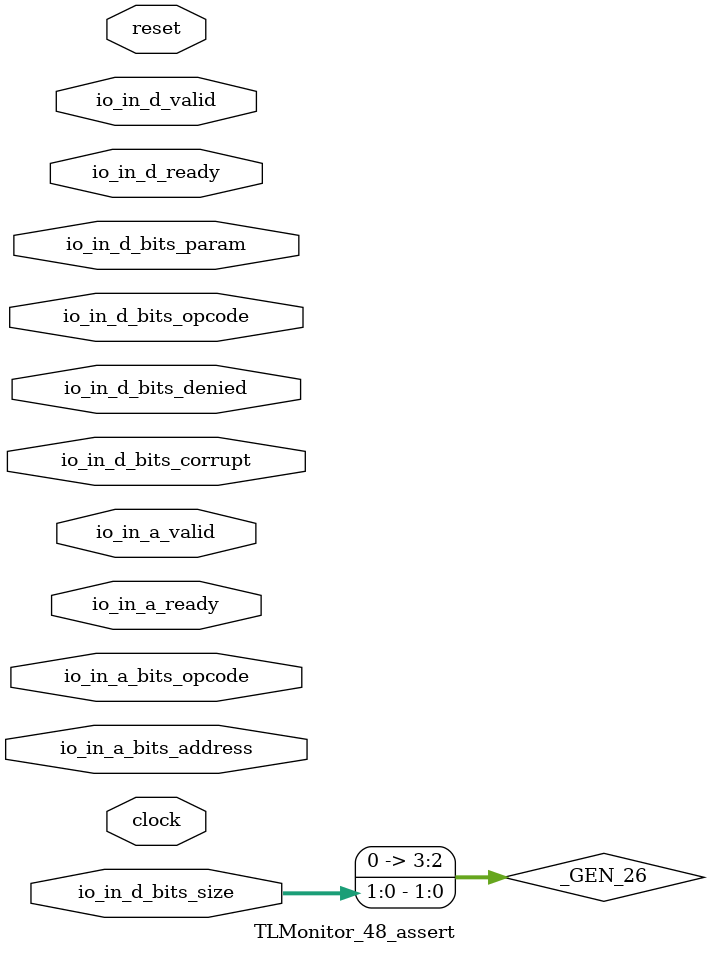
<source format=sv>

`ifndef PRINTF_COND_
  `ifdef PRINTF_COND
    `define PRINTF_COND_ (`PRINTF_COND)
  `else  // PRINTF_COND
    `define PRINTF_COND_ 1
  `endif // PRINTF_COND
`endif // not def PRINTF_COND_

// VCS coverage exclude_file
module TLMonitor_48_assert(
  input [127:0] io_in_a_bits_address,
  input [2:0]   io_in_d_bits_opcode,
  input [1:0]   io_in_d_bits_size,
                io_in_d_bits_param,
  input         io_in_d_bits_corrupt,
                io_in_d_bits_denied,
  input [2:0]   io_in_a_bits_opcode,
  input         clock,
                reset,
                io_in_a_ready,
                io_in_a_valid,
                io_in_d_ready,
                io_in_d_valid
);

  wire [31:0]  _plusarg_reader_1_out;
  wire [31:0]  _plusarg_reader_out;
  wire         _GEN = io_in_a_bits_opcode == 3'h6;
  wire         _GEN_0 = io_in_a_bits_opcode == 3'h4;
  wire         _GEN_1 = io_in_a_bits_opcode == 3'h2;
  wire         _GEN_2 = io_in_a_bits_opcode == 3'h3;
  wire         _GEN_3 = io_in_a_bits_opcode == 3'h5;
  wire         _GEN_4 = io_in_d_bits_opcode != 3'h7;
  wire         d_release_ack = io_in_d_bits_opcode == 3'h6;
  wire         _GEN_5 = io_in_d_bits_param != 2'h3;
  wire         _GEN_6 = io_in_d_bits_param != 2'h2;
  wire         _GEN_7 = ~io_in_d_bits_denied | io_in_d_bits_corrupt;
  wire         a_first_done = io_in_a_ready & io_in_a_valid;
  reg          a_first_counter;
  reg  [2:0]   opcode;
  reg  [2:0]   param;
  reg  [1:0]   size;
  reg          source;
  reg  [127:0] address;
  wire         _GEN_8 = io_in_a_bits_opcode == opcode;
  wire         _GEN_9 = size == 2'h2;
  wire         _GEN_10 = io_in_a_bits_address == address;
  reg          d_first_counter;
  reg  [2:0]   opcode_1;
  reg  [1:0]   param_1;
  reg  [1:0]   size_1;
  reg          source_1;
  reg          sink;
  reg          denied;
  wire         _GEN_11 = io_in_d_bits_opcode == opcode_1;
  wire         _GEN_12 = io_in_d_bits_param == param_1;
  wire         _GEN_13 = io_in_d_bits_size == size_1;
  wire         _GEN_14 = io_in_d_bits_denied == denied;
  reg          inflight;
  reg  [3:0]   inflight_opcodes;
  reg  [3:0]   inflight_sizes;
  reg          a_first_counter_1;
  reg          d_first_counter_1;
  wire         _same_cycle_resp_T_1 = io_in_a_valid & ~a_first_counter_1;
  wire         _GEN_15 = a_first_done & ~a_first_counter_1;
  wire         _GEN_16 = io_in_d_valid & ~d_first_counter_1;
  wire         _GEN_17 = _GEN_16 & ~d_release_ack;
  wire         _GEN_18 = inflight | _same_cycle_resp_T_1;
  wire         _GEN_19 = _GEN_0 | _GEN_2 | _GEN_1;
  wire         _GEN_20 = io_in_d_bits_opcode == ((&io_in_a_bits_opcode) | _GEN ? 3'h4 : _GEN_3 ? 3'h2 : {2'h0, _GEN_19}) | io_in_d_bits_opcode == ((&io_in_a_bits_opcode) ? 3'h4 : _GEN ? 3'h5 : _GEN_3 ? 3'h2 : {2'h0, _GEN_19});
  wire         _GEN_21 = io_in_d_bits_size == 2'h2;
  wire         _GEN_22 = inflight_opcodes[3:1] == 3'h4 | inflight_opcodes[3:1] == 3'h3 | inflight_opcodes[3:1] == 3'h2;
  wire         _GEN_23 = inflight_opcodes[3:1] == 3'h5;
  wire         _GEN_24 = inflight_opcodes[3:1] == 3'h6;
  wire         _GEN_25 = io_in_d_bits_opcode == ((&(inflight_opcodes[3:1])) | _GEN_24 ? 3'h4 : _GEN_23 ? 3'h2 : {2'h0, _GEN_22}) | io_in_d_bits_opcode == ((&(inflight_opcodes[3:1])) ? 3'h4 : _GEN_24 ? 3'h5 : _GEN_23 ? 3'h2 : {2'h0, _GEN_22});
  wire [3:0]   _GEN_26 = {2'h0, io_in_d_bits_size};
  wire         _GEN_27 = _GEN_26 == {1'h0, inflight_sizes[3:1]};
  wire         _GEN_28 = ~io_in_d_ready | io_in_a_ready;
  reg  [31:0]  watchdog;
  wire         _GEN_29 = ~inflight | _plusarg_reader_out == 32'h0 | watchdog < _plusarg_reader_out;
  reg          inflight_1;
  reg  [3:0]   inflight_sizes_1;
  reg          d_first_counter_2;
  wire         _GEN_30 = _GEN_26 == {1'h0, inflight_sizes_1[3:1]};
  reg  [31:0]  watchdog_1;
  wire         _GEN_31 = ~inflight_1 | _plusarg_reader_1_out == 32'h0 | watchdog_1 < _plusarg_reader_1_out;
  wire         _GEN_32 = io_in_a_valid & _GEN & ~reset;
  wire         _GEN_33 = io_in_a_valid & (&io_in_a_bits_opcode) & ~reset;
  wire         _GEN_34 = io_in_a_valid & _GEN_0 & ~reset;
  wire         _GEN_35 = io_in_a_valid & io_in_a_bits_opcode == 3'h0 & ~reset;
  wire         _GEN_36 = io_in_a_valid & io_in_a_bits_opcode == 3'h1 & ~reset;
  wire         _GEN_37 = io_in_a_valid & _GEN_1 & ~reset;
  wire         _GEN_38 = io_in_a_valid & _GEN_2 & ~reset;
  wire         _GEN_39 = io_in_a_valid & _GEN_3 & ~reset;
  wire         _GEN_40 = io_in_d_valid & ~reset;
  wire         _GEN_41 = io_in_d_valid & d_release_ack & ~reset;
  wire         _GEN_42 = io_in_d_valid & io_in_d_bits_opcode == 3'h4 & ~reset;
  wire         _GEN_43 = io_in_d_valid & io_in_d_bits_opcode == 3'h5 & ~reset;
  wire         _GEN_44 = io_in_d_valid & io_in_d_bits_opcode == 3'h0 & ~reset;
  wire         _GEN_45 = io_in_d_valid & io_in_d_bits_opcode == 3'h1 & ~reset;
  wire         _GEN_46 = io_in_d_valid & io_in_d_bits_opcode == 3'h2 & ~reset;
  wire         _GEN_47 = io_in_a_valid & a_first_counter & ~reset;
  wire         _GEN_48 = io_in_d_valid & d_first_counter & ~reset;
  wire         _GEN_49 = _GEN_15 & ~reset;
  wire         _GEN_50 = _GEN_17 & ~reset;
  wire         _GEN_51 = _GEN_17 & _same_cycle_resp_T_1 & ~reset;
  wire         _GEN_52 = _GEN_17 & ~_same_cycle_resp_T_1 & ~reset;
  wire         _GEN_53 = _GEN_16 & ~a_first_counter_1 & io_in_a_valid & ~d_release_ack & ~reset;
  wire         _GEN_54 = io_in_d_valid & ~d_first_counter_2 & d_release_ack & ~reset;
  `ifndef SYNTHESIS
    wire _GEN_55 = (`PRINTF_COND_) & _GEN_33;
    always @(posedge clock) begin
      if ((`PRINTF_COND_) & _GEN_32) begin
        $fwrite(32'h80000002, "Assertion failed: 'A' channel carries AcquireBlock type which is unexpected using diplomatic parameters (connected at generators/rocket-chip/src/main/scala/devices/tilelink/BusBypass.scala:33:14)\n    at Monitor.scala:42 assert(cond, message)\n");
        $fwrite(32'h80000002, "Assertion failed: 'A' channel carries AcquireBlock from a client which does not support Probe (connected at generators/rocket-chip/src/main/scala/devices/tilelink/BusBypass.scala:33:14)\n    at Monitor.scala:42 assert(cond, message)\n");
      end
      if ((`PRINTF_COND_) & _GEN_32 & (|(io_in_a_bits_address[1:0])))
        $fwrite(32'h80000002, "Assertion failed: 'A' channel AcquireBlock address not aligned to size (connected at generators/rocket-chip/src/main/scala/devices/tilelink/BusBypass.scala:33:14)\n    at Monitor.scala:42 assert(cond, message)\n");
      if (_GEN_55) begin
        $fwrite(32'h80000002, "Assertion failed: 'A' channel carries AcquirePerm type which is unexpected using diplomatic parameters (connected at generators/rocket-chip/src/main/scala/devices/tilelink/BusBypass.scala:33:14)\n    at Monitor.scala:42 assert(cond, message)\n");
        $fwrite(32'h80000002, "Assertion failed: 'A' channel carries AcquirePerm from a client which does not support Probe (connected at generators/rocket-chip/src/main/scala/devices/tilelink/BusBypass.scala:33:14)\n    at Monitor.scala:42 assert(cond, message)\n");
      end
      if ((`PRINTF_COND_) & _GEN_33 & (|(io_in_a_bits_address[1:0])))
        $fwrite(32'h80000002, "Assertion failed: 'A' channel AcquirePerm address not aligned to size (connected at generators/rocket-chip/src/main/scala/devices/tilelink/BusBypass.scala:33:14)\n    at Monitor.scala:42 assert(cond, message)\n");
      if (_GEN_55)
        $fwrite(32'h80000002, "Assertion failed: 'A' channel AcquirePerm requests NtoB (connected at generators/rocket-chip/src/main/scala/devices/tilelink/BusBypass.scala:33:14)\n    at Monitor.scala:42 assert(cond, message)\n");
      if ((`PRINTF_COND_) & _GEN_34 & (|(io_in_a_bits_address[1:0])))
        $fwrite(32'h80000002, "Assertion failed: 'A' channel Get address not aligned to size (connected at generators/rocket-chip/src/main/scala/devices/tilelink/BusBypass.scala:33:14)\n    at Monitor.scala:42 assert(cond, message)\n");
      if ((`PRINTF_COND_) & _GEN_35 & (|(io_in_a_bits_address[1:0])))
        $fwrite(32'h80000002, "Assertion failed: 'A' channel PutFull address not aligned to size (connected at generators/rocket-chip/src/main/scala/devices/tilelink/BusBypass.scala:33:14)\n    at Monitor.scala:42 assert(cond, message)\n");
      if ((`PRINTF_COND_) & _GEN_36)
        $fwrite(32'h80000002, "Assertion failed: 'A' channel carries PutPartial type which is unexpected using diplomatic parameters (connected at generators/rocket-chip/src/main/scala/devices/tilelink/BusBypass.scala:33:14)\n    at Monitor.scala:42 assert(cond, message)\n");
      if ((`PRINTF_COND_) & _GEN_36 & (|(io_in_a_bits_address[1:0])))
        $fwrite(32'h80000002, "Assertion failed: 'A' channel PutPartial address not aligned to size (connected at generators/rocket-chip/src/main/scala/devices/tilelink/BusBypass.scala:33:14)\n    at Monitor.scala:42 assert(cond, message)\n");
      if ((`PRINTF_COND_) & _GEN_37)
        $fwrite(32'h80000002, "Assertion failed: 'A' channel carries Arithmetic type which is unexpected using diplomatic parameters (connected at generators/rocket-chip/src/main/scala/devices/tilelink/BusBypass.scala:33:14)\n    at Monitor.scala:42 assert(cond, message)\n");
      if ((`PRINTF_COND_) & _GEN_37 & (|(io_in_a_bits_address[1:0])))
        $fwrite(32'h80000002, "Assertion failed: 'A' channel Arithmetic address not aligned to size (connected at generators/rocket-chip/src/main/scala/devices/tilelink/BusBypass.scala:33:14)\n    at Monitor.scala:42 assert(cond, message)\n");
      if ((`PRINTF_COND_) & _GEN_38)
        $fwrite(32'h80000002, "Assertion failed: 'A' channel carries Logical type which is unexpected using diplomatic parameters (connected at generators/rocket-chip/src/main/scala/devices/tilelink/BusBypass.scala:33:14)\n    at Monitor.scala:42 assert(cond, message)\n");
      if ((`PRINTF_COND_) & _GEN_38 & (|(io_in_a_bits_address[1:0])))
        $fwrite(32'h80000002, "Assertion failed: 'A' channel Logical address not aligned to size (connected at generators/rocket-chip/src/main/scala/devices/tilelink/BusBypass.scala:33:14)\n    at Monitor.scala:42 assert(cond, message)\n");
      if ((`PRINTF_COND_) & _GEN_39)
        $fwrite(32'h80000002, "Assertion failed: 'A' channel carries Hint type which is unexpected using diplomatic parameters (connected at generators/rocket-chip/src/main/scala/devices/tilelink/BusBypass.scala:33:14)\n    at Monitor.scala:42 assert(cond, message)\n");
      if ((`PRINTF_COND_) & _GEN_39 & (|(io_in_a_bits_address[1:0])))
        $fwrite(32'h80000002, "Assertion failed: 'A' channel Hint address not aligned to size (connected at generators/rocket-chip/src/main/scala/devices/tilelink/BusBypass.scala:33:14)\n    at Monitor.scala:42 assert(cond, message)\n");
      if ((`PRINTF_COND_) & _GEN_40 & ~_GEN_4)
        $fwrite(32'h80000002, "Assertion failed: 'D' channel has invalid opcode (connected at generators/rocket-chip/src/main/scala/devices/tilelink/BusBypass.scala:33:14)\n    at Monitor.scala:49 assert(cond, message)\n");
      if ((`PRINTF_COND_) & _GEN_41 & ~(io_in_d_bits_size[1]))
        $fwrite(32'h80000002, "Assertion failed: 'D' channel ReleaseAck smaller than a beat (connected at generators/rocket-chip/src/main/scala/devices/tilelink/BusBypass.scala:33:14)\n    at Monitor.scala:49 assert(cond, message)\n");
      if ((`PRINTF_COND_) & _GEN_41 & (|io_in_d_bits_param))
        $fwrite(32'h80000002, "Assertion failed: 'D' channel ReleaseeAck carries invalid param (connected at generators/rocket-chip/src/main/scala/devices/tilelink/BusBypass.scala:33:14)\n    at Monitor.scala:49 assert(cond, message)\n");
      if ((`PRINTF_COND_) & _GEN_41 & io_in_d_bits_corrupt)
        $fwrite(32'h80000002, "Assertion failed: 'D' channel ReleaseAck is corrupt (connected at generators/rocket-chip/src/main/scala/devices/tilelink/BusBypass.scala:33:14)\n    at Monitor.scala:49 assert(cond, message)\n");
      if ((`PRINTF_COND_) & _GEN_41 & io_in_d_bits_denied)
        $fwrite(32'h80000002, "Assertion failed: 'D' channel ReleaseAck is denied (connected at generators/rocket-chip/src/main/scala/devices/tilelink/BusBypass.scala:33:14)\n    at Monitor.scala:49 assert(cond, message)\n");
      if ((`PRINTF_COND_) & _GEN_42 & ~(io_in_d_bits_size[1]))
        $fwrite(32'h80000002, "Assertion failed: 'D' channel Grant smaller than a beat (connected at generators/rocket-chip/src/main/scala/devices/tilelink/BusBypass.scala:33:14)\n    at Monitor.scala:49 assert(cond, message)\n");
      if ((`PRINTF_COND_) & _GEN_42 & ~_GEN_5)
        $fwrite(32'h80000002, "Assertion failed: 'D' channel Grant carries invalid cap param (connected at generators/rocket-chip/src/main/scala/devices/tilelink/BusBypass.scala:33:14)\n    at Monitor.scala:49 assert(cond, message)\n");
      if ((`PRINTF_COND_) & _GEN_42 & ~_GEN_6)
        $fwrite(32'h80000002, "Assertion failed: 'D' channel Grant carries toN param (connected at generators/rocket-chip/src/main/scala/devices/tilelink/BusBypass.scala:33:14)\n    at Monitor.scala:49 assert(cond, message)\n");
      if ((`PRINTF_COND_) & _GEN_42 & io_in_d_bits_corrupt)
        $fwrite(32'h80000002, "Assertion failed: 'D' channel Grant is corrupt (connected at generators/rocket-chip/src/main/scala/devices/tilelink/BusBypass.scala:33:14)\n    at Monitor.scala:49 assert(cond, message)\n");
      if ((`PRINTF_COND_) & _GEN_43 & ~(io_in_d_bits_size[1]))
        $fwrite(32'h80000002, "Assertion failed: 'D' channel GrantData smaller than a beat (connected at generators/rocket-chip/src/main/scala/devices/tilelink/BusBypass.scala:33:14)\n    at Monitor.scala:49 assert(cond, message)\n");
      if ((`PRINTF_COND_) & _GEN_43 & ~_GEN_5)
        $fwrite(32'h80000002, "Assertion failed: 'D' channel GrantData carries invalid cap param (connected at generators/rocket-chip/src/main/scala/devices/tilelink/BusBypass.scala:33:14)\n    at Monitor.scala:49 assert(cond, message)\n");
      if ((`PRINTF_COND_) & _GEN_43 & ~_GEN_6)
        $fwrite(32'h80000002, "Assertion failed: 'D' channel GrantData carries toN param (connected at generators/rocket-chip/src/main/scala/devices/tilelink/BusBypass.scala:33:14)\n    at Monitor.scala:49 assert(cond, message)\n");
      if ((`PRINTF_COND_) & _GEN_43 & ~_GEN_7)
        $fwrite(32'h80000002, "Assertion failed: 'D' channel GrantData is denied but not corrupt (connected at generators/rocket-chip/src/main/scala/devices/tilelink/BusBypass.scala:33:14)\n    at Monitor.scala:49 assert(cond, message)\n");
      if ((`PRINTF_COND_) & _GEN_44 & (|io_in_d_bits_param))
        $fwrite(32'h80000002, "Assertion failed: 'D' channel AccessAck carries invalid param (connected at generators/rocket-chip/src/main/scala/devices/tilelink/BusBypass.scala:33:14)\n    at Monitor.scala:49 assert(cond, message)\n");
      if ((`PRINTF_COND_) & _GEN_44 & io_in_d_bits_corrupt)
        $fwrite(32'h80000002, "Assertion failed: 'D' channel AccessAck is corrupt (connected at generators/rocket-chip/src/main/scala/devices/tilelink/BusBypass.scala:33:14)\n    at Monitor.scala:49 assert(cond, message)\n");
      if ((`PRINTF_COND_) & _GEN_45 & (|io_in_d_bits_param))
        $fwrite(32'h80000002, "Assertion failed: 'D' channel AccessAckData carries invalid param (connected at generators/rocket-chip/src/main/scala/devices/tilelink/BusBypass.scala:33:14)\n    at Monitor.scala:49 assert(cond, message)\n");
      if ((`PRINTF_COND_) & _GEN_45 & ~_GEN_7)
        $fwrite(32'h80000002, "Assertion failed: 'D' channel AccessAckData is denied but not corrupt (connected at generators/rocket-chip/src/main/scala/devices/tilelink/BusBypass.scala:33:14)\n    at Monitor.scala:49 assert(cond, message)\n");
      if ((`PRINTF_COND_) & _GEN_46 & (|io_in_d_bits_param))
        $fwrite(32'h80000002, "Assertion failed: 'D' channel HintAck carries invalid param (connected at generators/rocket-chip/src/main/scala/devices/tilelink/BusBypass.scala:33:14)\n    at Monitor.scala:49 assert(cond, message)\n");
      if ((`PRINTF_COND_) & _GEN_46 & io_in_d_bits_corrupt)
        $fwrite(32'h80000002, "Assertion failed: 'D' channel HintAck is corrupt (connected at generators/rocket-chip/src/main/scala/devices/tilelink/BusBypass.scala:33:14)\n    at Monitor.scala:49 assert(cond, message)\n");
      if ((`PRINTF_COND_) & _GEN_47 & ~_GEN_8)
        $fwrite(32'h80000002, "Assertion failed: 'A' channel opcode changed within multibeat operation (connected at generators/rocket-chip/src/main/scala/devices/tilelink/BusBypass.scala:33:14)\n    at Monitor.scala:42 assert(cond, message)\n");
      if ((`PRINTF_COND_) & _GEN_47 & (|param))
        $fwrite(32'h80000002, "Assertion failed: 'A' channel param changed within multibeat operation (connected at generators/rocket-chip/src/main/scala/devices/tilelink/BusBypass.scala:33:14)\n    at Monitor.scala:42 assert(cond, message)\n");
      if ((`PRINTF_COND_) & _GEN_47 & ~_GEN_9)
        $fwrite(32'h80000002, "Assertion failed: 'A' channel size changed within multibeat operation (connected at generators/rocket-chip/src/main/scala/devices/tilelink/BusBypass.scala:33:14)\n    at Monitor.scala:42 assert(cond, message)\n");
      if ((`PRINTF_COND_) & _GEN_47 & source)
        $fwrite(32'h80000002, "Assertion failed: 'A' channel source changed within multibeat operation (connected at generators/rocket-chip/src/main/scala/devices/tilelink/BusBypass.scala:33:14)\n    at Monitor.scala:42 assert(cond, message)\n");
      if ((`PRINTF_COND_) & _GEN_47 & ~_GEN_10)
        $fwrite(32'h80000002, "Assertion failed: 'A' channel address changed with multibeat operation (connected at generators/rocket-chip/src/main/scala/devices/tilelink/BusBypass.scala:33:14)\n    at Monitor.scala:42 assert(cond, message)\n");
      if ((`PRINTF_COND_) & _GEN_48 & ~_GEN_11)
        $fwrite(32'h80000002, "Assertion failed: 'D' channel opcode changed within multibeat operation (connected at generators/rocket-chip/src/main/scala/devices/tilelink/BusBypass.scala:33:14)\n    at Monitor.scala:49 assert(cond, message)\n");
      if ((`PRINTF_COND_) & _GEN_48 & ~_GEN_12)
        $fwrite(32'h80000002, "Assertion failed: 'D' channel param changed within multibeat operation (connected at generators/rocket-chip/src/main/scala/devices/tilelink/BusBypass.scala:33:14)\n    at Monitor.scala:49 assert(cond, message)\n");
      if ((`PRINTF_COND_) & _GEN_48 & ~_GEN_13)
        $fwrite(32'h80000002, "Assertion failed: 'D' channel size changed within multibeat operation (connected at generators/rocket-chip/src/main/scala/devices/tilelink/BusBypass.scala:33:14)\n    at Monitor.scala:49 assert(cond, message)\n");
      if ((`PRINTF_COND_) & _GEN_48 & source_1)
        $fwrite(32'h80000002, "Assertion failed: 'D' channel source changed within multibeat operation (connected at generators/rocket-chip/src/main/scala/devices/tilelink/BusBypass.scala:33:14)\n    at Monitor.scala:49 assert(cond, message)\n");
      if ((`PRINTF_COND_) & _GEN_48 & sink)
        $fwrite(32'h80000002, "Assertion failed: 'D' channel sink changed with multibeat operation (connected at generators/rocket-chip/src/main/scala/devices/tilelink/BusBypass.scala:33:14)\n    at Monitor.scala:49 assert(cond, message)\n");
      if ((`PRINTF_COND_) & _GEN_48 & ~_GEN_14)
        $fwrite(32'h80000002, "Assertion failed: 'D' channel denied changed with multibeat operation (connected at generators/rocket-chip/src/main/scala/devices/tilelink/BusBypass.scala:33:14)\n    at Monitor.scala:49 assert(cond, message)\n");
      if ((`PRINTF_COND_) & _GEN_49 & inflight)
        $fwrite(32'h80000002, "Assertion failed: 'A' channel re-used a source ID (connected at generators/rocket-chip/src/main/scala/devices/tilelink/BusBypass.scala:33:14)\n    at Monitor.scala:42 assert(cond, message)\n");
      if ((`PRINTF_COND_) & _GEN_50 & ~_GEN_18)
        $fwrite(32'h80000002, "Assertion failed: 'D' channel acknowledged for nothing inflight (connected at generators/rocket-chip/src/main/scala/devices/tilelink/BusBypass.scala:33:14)\n    at Monitor.scala:49 assert(cond, message)\n");
      if ((`PRINTF_COND_) & _GEN_51 & ~_GEN_20)
        $fwrite(32'h80000002, "Assertion failed: 'D' channel contains improper opcode response (connected at generators/rocket-chip/src/main/scala/devices/tilelink/BusBypass.scala:33:14)\n    at Monitor.scala:49 assert(cond, message)\n");
      if ((`PRINTF_COND_) & _GEN_51 & ~_GEN_21)
        $fwrite(32'h80000002, "Assertion failed: 'D' channel contains improper response size (connected at generators/rocket-chip/src/main/scala/devices/tilelink/BusBypass.scala:33:14)\n    at Monitor.scala:49 assert(cond, message)\n");
      if ((`PRINTF_COND_) & _GEN_52 & ~_GEN_25)
        $fwrite(32'h80000002, "Assertion failed: 'D' channel contains improper opcode response (connected at generators/rocket-chip/src/main/scala/devices/tilelink/BusBypass.scala:33:14)\n    at Monitor.scala:49 assert(cond, message)\n");
      if ((`PRINTF_COND_) & _GEN_52 & ~_GEN_27)
        $fwrite(32'h80000002, "Assertion failed: 'D' channel contains improper response size (connected at generators/rocket-chip/src/main/scala/devices/tilelink/BusBypass.scala:33:14)\n    at Monitor.scala:49 assert(cond, message)\n");
      if ((`PRINTF_COND_) & _GEN_53 & ~_GEN_28)
        $fwrite(32'h80000002, "Assertion failed: ready check\n    at Monitor.scala:49 assert(cond, message)\n");
      if ((`PRINTF_COND_) & ~reset & ~_GEN_29)
        $fwrite(32'h80000002, "Assertion failed: TileLink timeout expired (connected at generators/rocket-chip/src/main/scala/devices/tilelink/BusBypass.scala:33:14)\n    at Monitor.scala:42 assert(cond, message)\n");
      if ((`PRINTF_COND_) & _GEN_54 & ~inflight_1)
        $fwrite(32'h80000002, "Assertion failed: 'D' channel acknowledged for nothing inflight (connected at generators/rocket-chip/src/main/scala/devices/tilelink/BusBypass.scala:33:14)\n    at Monitor.scala:49 assert(cond, message)\n");
      if ((`PRINTF_COND_) & _GEN_54 & ~_GEN_30)
        $fwrite(32'h80000002, "Assertion failed: 'D' channel contains improper response size (connected at generators/rocket-chip/src/main/scala/devices/tilelink/BusBypass.scala:33:14)\n    at Monitor.scala:49 assert(cond, message)\n");
      if ((`PRINTF_COND_) & ~reset & ~_GEN_31)
        $fwrite(32'h80000002, "Assertion failed: TileLink timeout expired (connected at generators/rocket-chip/src/main/scala/devices/tilelink/BusBypass.scala:33:14)\n    at Monitor.scala:42 assert(cond, message)\n");
    end // always @(posedge)
  `endif // not def SYNTHESIS
  wire         _GEN_56 = a_first_done & ~a_first_counter;
  wire         d_first_done = io_in_d_ready & io_in_d_valid;
  wire         _GEN_57 = d_first_done & ~d_first_counter;
  wire         _GEN_58 = d_first_done & ~d_first_counter_1 & ~d_release_ack;
  wire         _GEN_59 = d_first_done & ~d_first_counter_2 & d_release_ack;
  always @(posedge clock) begin
    if (_GEN_32) begin
      assert__assert_2: assert(1'h0);
      assert__assert_3: assert(1'h0);
      assert__assert_6: assert(~(|(io_in_a_bits_address[1:0])));
    end
    if (_GEN_33) begin
      assert__assert_10: assert(1'h0);
      assert__assert_11: assert(1'h0);
      assert__assert_14: assert(~(|(io_in_a_bits_address[1:0])));
      assert__assert_16: assert(1'h0);
    end
    if (_GEN_34)
      assert__assert_22: assert(~(|(io_in_a_bits_address[1:0])));
    if (_GEN_35)
      assert__assert_28: assert(~(|(io_in_a_bits_address[1:0])));
    if (_GEN_36) begin
      assert__assert_31: assert(1'h0);
      assert__assert_33: assert(~(|(io_in_a_bits_address[1:0])));
    end
    if (_GEN_37) begin
      assert__assert_36: assert(1'h0);
      assert__assert_38: assert(~(|(io_in_a_bits_address[1:0])));
    end
    if (_GEN_38) begin
      assert__assert_41: assert(1'h0);
      assert__assert_43: assert(~(|(io_in_a_bits_address[1:0])));
    end
    if (_GEN_39) begin
      assert__assert_46: assert(1'h0);
      assert__assert_48: assert(~(|(io_in_a_bits_address[1:0])));
    end
    if (_GEN_40)
      assert__assert_52: assert(_GEN_4);
    if (_GEN_41) begin
      assert__assert_54: assert(io_in_d_bits_size[1]);
      assert__assert_55: assert(~(|io_in_d_bits_param));
      assert__assert_56: assert(~io_in_d_bits_corrupt);
      assert__assert_57: assert(~io_in_d_bits_denied);
    end
    if (_GEN_42) begin
      assert__assert_60: assert(io_in_d_bits_size[1]);
      assert__assert_61: assert(_GEN_5);
      assert__assert_62: assert(_GEN_6);
      assert__assert_63: assert(~io_in_d_bits_corrupt);
    end
    if (_GEN_43) begin
      assert__assert_67: assert(io_in_d_bits_size[1]);
      assert__assert_68: assert(_GEN_5);
      assert__assert_69: assert(_GEN_6);
      assert__assert_70: assert(_GEN_7);
    end
    if (_GEN_44) begin
      assert__assert_73: assert(~(|io_in_d_bits_param));
      assert__assert_74: assert(~io_in_d_bits_corrupt);
    end
    if (_GEN_45) begin
      assert__assert_77: assert(~(|io_in_d_bits_param));
      assert__assert_78: assert(_GEN_7);
    end
    if (_GEN_46) begin
      assert__assert_81: assert(~(|io_in_d_bits_param));
      assert__assert_82: assert(~io_in_d_bits_corrupt);
    end
    if (_GEN_47) begin
      assert__assert_87: assert(_GEN_8);
      assert__assert_88: assert(~(|param));
      assert__assert_89: assert(_GEN_9);
      assert__assert_90: assert(~source);
      assert__assert_91: assert(_GEN_10);
    end
    if (_GEN_48) begin
      assert__assert_92: assert(_GEN_11);
      assert__assert_93: assert(_GEN_12);
      assert__assert_94: assert(_GEN_13);
      assert__assert_95: assert(~source_1);
      assert__assert_96: assert(~sink);
      assert__assert_97: assert(_GEN_14);
    end
    if (_GEN_49)
      assert__assert_98: assert(~inflight);
    if (_GEN_50)
      assert__assert_99: assert(_GEN_18);
    if (_GEN_51) begin
      assert__assert_100: assert(_GEN_20);
      assert__assert_101: assert(_GEN_21);
    end
    if (_GEN_52) begin
      assert__assert_102: assert(_GEN_25);
      assert__assert_103: assert(_GEN_27);
    end
    if (_GEN_53)
      assert__assert_104: assert(_GEN_28);
    if (~reset)
      assert__assert_105: assert(_GEN_29);
    if (_GEN_54) begin
      assert__assert_107: assert(inflight_1);
      assert__assert_109: assert(_GEN_30);
    end
    if (~reset)
      assert__assert_111: assert(_GEN_31);
    if (reset) begin
      a_first_counter <= 1'h0;
      d_first_counter <= 1'h0;
      inflight <= 1'h0;
      inflight_opcodes <= 4'h0;
      inflight_sizes <= 4'h0;
      a_first_counter_1 <= 1'h0;
      d_first_counter_1 <= 1'h0;
      watchdog <= 32'h0;
      inflight_1 <= 1'h0;
      inflight_sizes_1 <= 4'h0;
      d_first_counter_2 <= 1'h0;
      watchdog_1 <= 32'h0;
    end
    else begin
      a_first_counter <= (~a_first_done | a_first_counter - 1'h1) & a_first_counter;
      d_first_counter <= (~d_first_done | d_first_counter - 1'h1) & d_first_counter;
      inflight <= (inflight | _GEN_15) & ~_GEN_58;
      inflight_opcodes <= (inflight_opcodes | (_GEN_15 ? {io_in_a_bits_opcode, 1'h1} : 4'h0)) & ~{4{_GEN_58}};
      inflight_sizes <= (inflight_sizes | (_GEN_15 ? {1'h0, _GEN_15 ? 3'h5 : 3'h0} : 4'h0)) & ~{4{_GEN_58}};
      a_first_counter_1 <= (~a_first_done | a_first_counter_1 - 1'h1) & a_first_counter_1;
      d_first_counter_1 <= (~d_first_done | d_first_counter_1 - 1'h1) & d_first_counter_1;
      if (a_first_done | d_first_done)
        watchdog <= 32'h0;
      else
        watchdog <= watchdog + 32'h1;
      inflight_1 <= inflight_1 & ~_GEN_59;
      inflight_sizes_1 <= inflight_sizes_1 & ~{4{_GEN_59}};
      d_first_counter_2 <= (~d_first_done | d_first_counter_2 - 1'h1) & d_first_counter_2;
      if (d_first_done)
        watchdog_1 <= 32'h0;
      else
        watchdog_1 <= watchdog_1 + 32'h1;
    end
    if (_GEN_56) begin
      opcode <= io_in_a_bits_opcode;
      param <= 3'h0;
      size <= 2'h2;
      address <= io_in_a_bits_address;
    end
    source <= ~_GEN_56 & source;
    if (_GEN_57) begin
      opcode_1 <= io_in_d_bits_opcode;
      param_1 <= io_in_d_bits_param;
      size_1 <= io_in_d_bits_size;
      denied <= io_in_d_bits_denied;
    end
    source_1 <= ~_GEN_57 & source_1;
    sink <= ~_GEN_57 & sink;
  end // always @(posedge)
  plusarg_reader #(
    .DEFAULT(0),
    .FORMAT("tilelink_timeout=%d"),
    .WIDTH(32)
  ) plusarg_reader (
    .out (_plusarg_reader_out)
  );
  plusarg_reader #(
    .DEFAULT(0),
    .FORMAT("tilelink_timeout=%d"),
    .WIDTH(32)
  ) plusarg_reader_1 (
    .out (_plusarg_reader_1_out)
  );
endmodule


</source>
